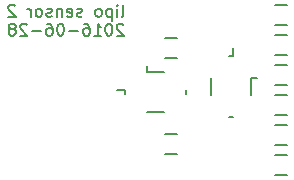
<source format=gbr>
G04 #@! TF.FileFunction,Legend,Bot*
%FSLAX46Y46*%
G04 Gerber Fmt 4.6, Leading zero omitted, Abs format (unit mm)*
G04 Created by KiCad (PCBNEW 4.0.2-stable) date 28.06.2016 22:29:11*
%MOMM*%
G01*
G04 APERTURE LIST*
%ADD10C,0.100000*%
%ADD11C,0.200000*%
%ADD12C,0.150000*%
G04 APERTURE END LIST*
D10*
D11*
X156098287Y-103030381D02*
X156193525Y-102982762D01*
X156241144Y-102887524D01*
X156241144Y-102030381D01*
X155717334Y-103030381D02*
X155717334Y-102363714D01*
X155717334Y-102030381D02*
X155764953Y-102078000D01*
X155717334Y-102125619D01*
X155669715Y-102078000D01*
X155717334Y-102030381D01*
X155717334Y-102125619D01*
X155241144Y-102363714D02*
X155241144Y-103363714D01*
X155241144Y-102411333D02*
X155145906Y-102363714D01*
X154955429Y-102363714D01*
X154860191Y-102411333D01*
X154812572Y-102458952D01*
X154764953Y-102554190D01*
X154764953Y-102839905D01*
X154812572Y-102935143D01*
X154860191Y-102982762D01*
X154955429Y-103030381D01*
X155145906Y-103030381D01*
X155241144Y-102982762D01*
X154193525Y-103030381D02*
X154288763Y-102982762D01*
X154336382Y-102935143D01*
X154384001Y-102839905D01*
X154384001Y-102554190D01*
X154336382Y-102458952D01*
X154288763Y-102411333D01*
X154193525Y-102363714D01*
X154050667Y-102363714D01*
X153955429Y-102411333D01*
X153907810Y-102458952D01*
X153860191Y-102554190D01*
X153860191Y-102839905D01*
X153907810Y-102935143D01*
X153955429Y-102982762D01*
X154050667Y-103030381D01*
X154193525Y-103030381D01*
X152717334Y-102982762D02*
X152622096Y-103030381D01*
X152431620Y-103030381D01*
X152336381Y-102982762D01*
X152288762Y-102887524D01*
X152288762Y-102839905D01*
X152336381Y-102744667D01*
X152431620Y-102697048D01*
X152574477Y-102697048D01*
X152669715Y-102649429D01*
X152717334Y-102554190D01*
X152717334Y-102506571D01*
X152669715Y-102411333D01*
X152574477Y-102363714D01*
X152431620Y-102363714D01*
X152336381Y-102411333D01*
X151479238Y-102982762D02*
X151574476Y-103030381D01*
X151764953Y-103030381D01*
X151860191Y-102982762D01*
X151907810Y-102887524D01*
X151907810Y-102506571D01*
X151860191Y-102411333D01*
X151764953Y-102363714D01*
X151574476Y-102363714D01*
X151479238Y-102411333D01*
X151431619Y-102506571D01*
X151431619Y-102601810D01*
X151907810Y-102697048D01*
X151003048Y-102363714D02*
X151003048Y-103030381D01*
X151003048Y-102458952D02*
X150955429Y-102411333D01*
X150860191Y-102363714D01*
X150717333Y-102363714D01*
X150622095Y-102411333D01*
X150574476Y-102506571D01*
X150574476Y-103030381D01*
X150145905Y-102982762D02*
X150050667Y-103030381D01*
X149860191Y-103030381D01*
X149764952Y-102982762D01*
X149717333Y-102887524D01*
X149717333Y-102839905D01*
X149764952Y-102744667D01*
X149860191Y-102697048D01*
X150003048Y-102697048D01*
X150098286Y-102649429D01*
X150145905Y-102554190D01*
X150145905Y-102506571D01*
X150098286Y-102411333D01*
X150003048Y-102363714D01*
X149860191Y-102363714D01*
X149764952Y-102411333D01*
X149145905Y-103030381D02*
X149241143Y-102982762D01*
X149288762Y-102935143D01*
X149336381Y-102839905D01*
X149336381Y-102554190D01*
X149288762Y-102458952D01*
X149241143Y-102411333D01*
X149145905Y-102363714D01*
X149003047Y-102363714D01*
X148907809Y-102411333D01*
X148860190Y-102458952D01*
X148812571Y-102554190D01*
X148812571Y-102839905D01*
X148860190Y-102935143D01*
X148907809Y-102982762D01*
X149003047Y-103030381D01*
X149145905Y-103030381D01*
X148384000Y-103030381D02*
X148384000Y-102363714D01*
X148384000Y-102554190D02*
X148336381Y-102458952D01*
X148288762Y-102411333D01*
X148193524Y-102363714D01*
X148098285Y-102363714D01*
X147050666Y-102125619D02*
X147003047Y-102078000D01*
X146907809Y-102030381D01*
X146669713Y-102030381D01*
X146574475Y-102078000D01*
X146526856Y-102125619D01*
X146479237Y-102220857D01*
X146479237Y-102316095D01*
X146526856Y-102458952D01*
X147098285Y-103030381D01*
X146479237Y-103030381D01*
X156241143Y-103725619D02*
X156193524Y-103678000D01*
X156098286Y-103630381D01*
X155860190Y-103630381D01*
X155764952Y-103678000D01*
X155717333Y-103725619D01*
X155669714Y-103820857D01*
X155669714Y-103916095D01*
X155717333Y-104058952D01*
X156288762Y-104630381D01*
X155669714Y-104630381D01*
X155050667Y-103630381D02*
X154955428Y-103630381D01*
X154860190Y-103678000D01*
X154812571Y-103725619D01*
X154764952Y-103820857D01*
X154717333Y-104011333D01*
X154717333Y-104249429D01*
X154764952Y-104439905D01*
X154812571Y-104535143D01*
X154860190Y-104582762D01*
X154955428Y-104630381D01*
X155050667Y-104630381D01*
X155145905Y-104582762D01*
X155193524Y-104535143D01*
X155241143Y-104439905D01*
X155288762Y-104249429D01*
X155288762Y-104011333D01*
X155241143Y-103820857D01*
X155193524Y-103725619D01*
X155145905Y-103678000D01*
X155050667Y-103630381D01*
X153764952Y-104630381D02*
X154336381Y-104630381D01*
X154050667Y-104630381D02*
X154050667Y-103630381D01*
X154145905Y-103773238D01*
X154241143Y-103868476D01*
X154336381Y-103916095D01*
X152907809Y-103630381D02*
X153098286Y-103630381D01*
X153193524Y-103678000D01*
X153241143Y-103725619D01*
X153336381Y-103868476D01*
X153384000Y-104058952D01*
X153384000Y-104439905D01*
X153336381Y-104535143D01*
X153288762Y-104582762D01*
X153193524Y-104630381D01*
X153003047Y-104630381D01*
X152907809Y-104582762D01*
X152860190Y-104535143D01*
X152812571Y-104439905D01*
X152812571Y-104201810D01*
X152860190Y-104106571D01*
X152907809Y-104058952D01*
X153003047Y-104011333D01*
X153193524Y-104011333D01*
X153288762Y-104058952D01*
X153336381Y-104106571D01*
X153384000Y-104201810D01*
X152384000Y-104249429D02*
X151622095Y-104249429D01*
X150955429Y-103630381D02*
X150860190Y-103630381D01*
X150764952Y-103678000D01*
X150717333Y-103725619D01*
X150669714Y-103820857D01*
X150622095Y-104011333D01*
X150622095Y-104249429D01*
X150669714Y-104439905D01*
X150717333Y-104535143D01*
X150764952Y-104582762D01*
X150860190Y-104630381D01*
X150955429Y-104630381D01*
X151050667Y-104582762D01*
X151098286Y-104535143D01*
X151145905Y-104439905D01*
X151193524Y-104249429D01*
X151193524Y-104011333D01*
X151145905Y-103820857D01*
X151098286Y-103725619D01*
X151050667Y-103678000D01*
X150955429Y-103630381D01*
X149764952Y-103630381D02*
X149955429Y-103630381D01*
X150050667Y-103678000D01*
X150098286Y-103725619D01*
X150193524Y-103868476D01*
X150241143Y-104058952D01*
X150241143Y-104439905D01*
X150193524Y-104535143D01*
X150145905Y-104582762D01*
X150050667Y-104630381D01*
X149860190Y-104630381D01*
X149764952Y-104582762D01*
X149717333Y-104535143D01*
X149669714Y-104439905D01*
X149669714Y-104201810D01*
X149717333Y-104106571D01*
X149764952Y-104058952D01*
X149860190Y-104011333D01*
X150050667Y-104011333D01*
X150145905Y-104058952D01*
X150193524Y-104106571D01*
X150241143Y-104201810D01*
X149241143Y-104249429D02*
X148479238Y-104249429D01*
X148050667Y-103725619D02*
X148003048Y-103678000D01*
X147907810Y-103630381D01*
X147669714Y-103630381D01*
X147574476Y-103678000D01*
X147526857Y-103725619D01*
X147479238Y-103820857D01*
X147479238Y-103916095D01*
X147526857Y-104058952D01*
X148098286Y-104630381D01*
X147479238Y-104630381D01*
X146907810Y-104058952D02*
X147003048Y-104011333D01*
X147050667Y-103963714D01*
X147098286Y-103868476D01*
X147098286Y-103820857D01*
X147050667Y-103725619D01*
X147003048Y-103678000D01*
X146907810Y-103630381D01*
X146717333Y-103630381D01*
X146622095Y-103678000D01*
X146574476Y-103725619D01*
X146526857Y-103820857D01*
X146526857Y-103868476D01*
X146574476Y-103963714D01*
X146622095Y-104011333D01*
X146717333Y-104058952D01*
X146907810Y-104058952D01*
X147003048Y-104106571D01*
X147050667Y-104154190D01*
X147098286Y-104249429D01*
X147098286Y-104439905D01*
X147050667Y-104535143D01*
X147003048Y-104582762D01*
X146907810Y-104630381D01*
X146717333Y-104630381D01*
X146622095Y-104582762D01*
X146574476Y-104535143D01*
X146526857Y-104439905D01*
X146526857Y-104249429D01*
X146574476Y-104154190D01*
X146622095Y-104106571D01*
X146717333Y-104058952D01*
D12*
X159790000Y-104814000D02*
X160790000Y-104814000D01*
X160790000Y-106514000D02*
X159790000Y-106514000D01*
X159790000Y-112942000D02*
X160790000Y-112942000D01*
X160790000Y-114642000D02*
X159790000Y-114642000D01*
X170045000Y-103720000D02*
X169045000Y-103720000D01*
X169045000Y-102020000D02*
X170045000Y-102020000D01*
X170045000Y-106260000D02*
X169045000Y-106260000D01*
X169045000Y-104560000D02*
X170045000Y-104560000D01*
X170045000Y-108800000D02*
X169045000Y-108800000D01*
X169045000Y-107100000D02*
X170045000Y-107100000D01*
X170045000Y-111340000D02*
X169045000Y-111340000D01*
X169045000Y-109640000D02*
X170045000Y-109640000D01*
X170045000Y-113880000D02*
X169045000Y-113880000D01*
X169045000Y-112180000D02*
X170045000Y-112180000D01*
X170045000Y-116420000D02*
X169045000Y-116420000D01*
X169045000Y-114720000D02*
X170045000Y-114720000D01*
X156372000Y-109204000D02*
X155672000Y-109204000D01*
X158272000Y-107704000D02*
X158272000Y-107204000D01*
X159674080Y-107704000D02*
X158272000Y-107704000D01*
X158270960Y-111104000D02*
X159673040Y-111104000D01*
X161572000Y-109204000D02*
X161572000Y-109604000D01*
X156372000Y-109204000D02*
X156372000Y-109604000D01*
X165554000Y-106366000D02*
X165554000Y-105666000D01*
X167054000Y-108266000D02*
X167554000Y-108266000D01*
X167054000Y-109668080D02*
X167054000Y-108266000D01*
X163654000Y-108264960D02*
X163654000Y-109667040D01*
X165554000Y-111566000D02*
X165154000Y-111566000D01*
X165554000Y-106366000D02*
X165154000Y-106366000D01*
M02*

</source>
